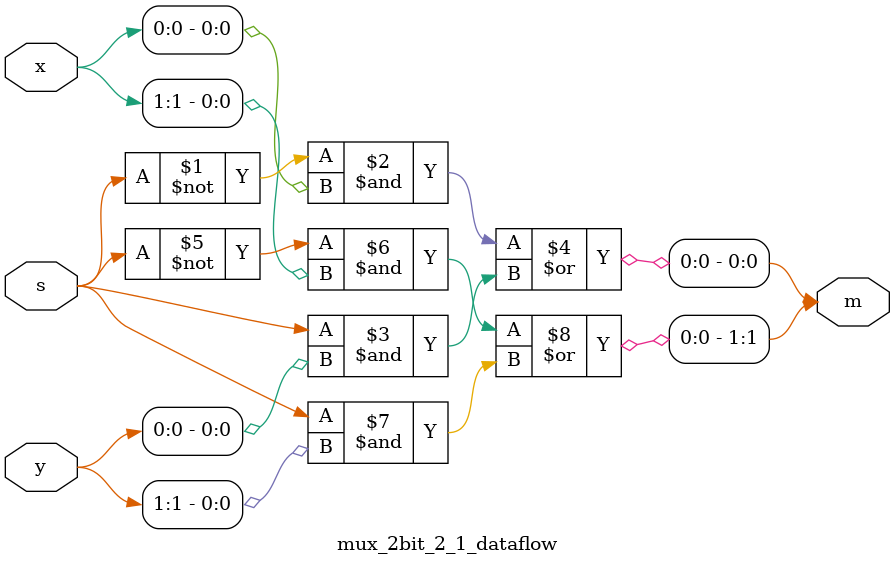
<source format=v>
`timescale 1ns / 1ps


module mux_2bit_2_1_dataflow(
    input [1:0] x,
    input [1:0] y,
    input s,
    output [1:0] m
    );
    
    assign #3 m[0] = (~s & x[0]) | (s & y[0]);
    assign #3 m[1] = (~s & x[1]) | (s & y[1]);
    
endmodule

</source>
